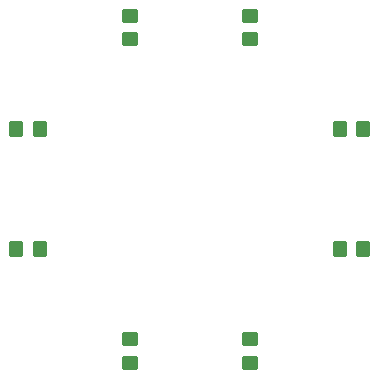
<source format=gbr>
%TF.GenerationSoftware,KiCad,Pcbnew,7.0.7*%
%TF.CreationDate,2024-01-02T00:34:10-08:00*%
%TF.ProjectId,base_connector,62617365-5f63-46f6-9e6e-6563746f722e,rev?*%
%TF.SameCoordinates,Original*%
%TF.FileFunction,Paste,Top*%
%TF.FilePolarity,Positive*%
%FSLAX46Y46*%
G04 Gerber Fmt 4.6, Leading zero omitted, Abs format (unit mm)*
G04 Created by KiCad (PCBNEW 7.0.7) date 2024-01-02 00:34:10*
%MOMM*%
%LPD*%
G01*
G04 APERTURE LIST*
G04 Aperture macros list*
%AMRoundRect*
0 Rectangle with rounded corners*
0 $1 Rounding radius*
0 $2 $3 $4 $5 $6 $7 $8 $9 X,Y pos of 4 corners*
0 Add a 4 corners polygon primitive as box body*
4,1,4,$2,$3,$4,$5,$6,$7,$8,$9,$2,$3,0*
0 Add four circle primitives for the rounded corners*
1,1,$1+$1,$2,$3*
1,1,$1+$1,$4,$5*
1,1,$1+$1,$6,$7*
1,1,$1+$1,$8,$9*
0 Add four rect primitives between the rounded corners*
20,1,$1+$1,$2,$3,$4,$5,0*
20,1,$1+$1,$4,$5,$6,$7,0*
20,1,$1+$1,$6,$7,$8,$9,0*
20,1,$1+$1,$8,$9,$2,$3,0*%
G04 Aperture macros list end*
%ADD10RoundRect,0.250000X0.450000X-0.350000X0.450000X0.350000X-0.450000X0.350000X-0.450000X-0.350000X0*%
%ADD11RoundRect,0.250000X-0.450000X0.350000X-0.450000X-0.350000X0.450000X-0.350000X0.450000X0.350000X0*%
%ADD12RoundRect,0.250000X-0.350000X-0.450000X0.350000X-0.450000X0.350000X0.450000X-0.350000X0.450000X0*%
%ADD13RoundRect,0.250000X0.350000X0.450000X-0.350000X0.450000X-0.350000X-0.450000X0.350000X-0.450000X0*%
G04 APERTURE END LIST*
D10*
%TO.C,R8*%
X157480000Y-121380000D03*
X157480000Y-119380000D03*
%TD*%
D11*
%TO.C,R7*%
X147320000Y-119380000D03*
X147320000Y-121380000D03*
%TD*%
D12*
%TO.C,R2*%
X165100000Y-101600000D03*
X167100000Y-101600000D03*
%TD*%
D10*
%TO.C,R5*%
X157480000Y-93980000D03*
X157480000Y-91980000D03*
%TD*%
D12*
%TO.C,R4*%
X137700000Y-101600000D03*
X139700000Y-101600000D03*
%TD*%
D13*
%TO.C,R1*%
X167100000Y-111760000D03*
X165100000Y-111760000D03*
%TD*%
%TO.C,R3*%
X139700000Y-111760000D03*
X137700000Y-111760000D03*
%TD*%
D11*
%TO.C,R6*%
X147320000Y-91980000D03*
X147320000Y-93980000D03*
%TD*%
M02*

</source>
